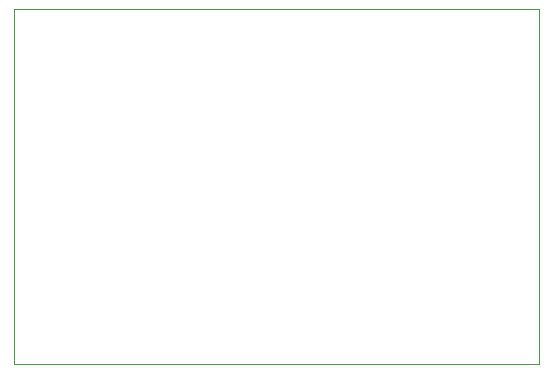
<source format=gbr>
%TF.GenerationSoftware,KiCad,Pcbnew,7.0.6*%
%TF.CreationDate,2023-10-13T00:14:17-07:00*%
%TF.ProjectId,SAL-FP_Keyboard-LogicBoard,53414c2d-4650-45f4-9b65-79626f617264,rev?*%
%TF.SameCoordinates,PXaf9e7f0PY6122b30*%
%TF.FileFunction,Profile,NP*%
%FSLAX46Y46*%
G04 Gerber Fmt 4.6, Leading zero omitted, Abs format (unit mm)*
G04 Created by KiCad (PCBNEW 7.0.6) date 2023-10-13 00:14:17*
%MOMM*%
%LPD*%
G01*
G04 APERTURE LIST*
%TA.AperFunction,Profile*%
%ADD10C,0.100000*%
%TD*%
G04 APERTURE END LIST*
D10*
X0Y-29986000D02*
X-44450000Y-29986000D01*
X-44450000Y-29972000D01*
X-44450000Y-8636000D01*
X-44450000Y14000D01*
X0Y14000D01*
X0Y-29986000D01*
M02*

</source>
